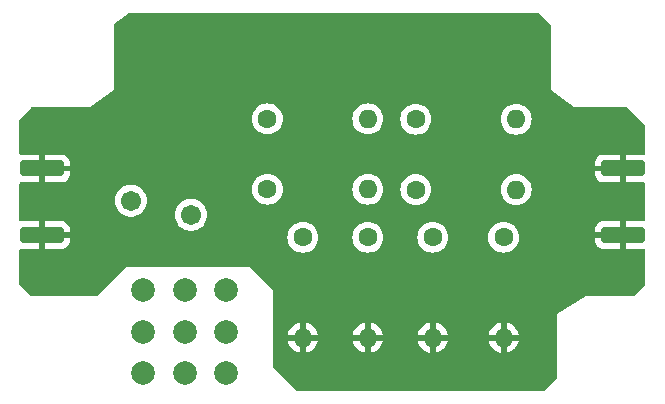
<source format=gbr>
%TF.GenerationSoftware,KiCad,Pcbnew,8.0.5*%
%TF.CreationDate,2024-10-08T18:50:15+09:00*%
%TF.ProjectId,ATT_24dB,4154545f-3234-4644-922e-6b696361645f,rev?*%
%TF.SameCoordinates,Original*%
%TF.FileFunction,Copper,L2,Bot*%
%TF.FilePolarity,Positive*%
%FSLAX46Y46*%
G04 Gerber Fmt 4.6, Leading zero omitted, Abs format (unit mm)*
G04 Created by KiCad (PCBNEW 8.0.5) date 2024-10-08 18:50:15*
%MOMM*%
%LPD*%
G01*
G04 APERTURE LIST*
G04 Aperture macros list*
%AMRoundRect*
0 Rectangle with rounded corners*
0 $1 Rounding radius*
0 $2 $3 $4 $5 $6 $7 $8 $9 X,Y pos of 4 corners*
0 Add a 4 corners polygon primitive as box body*
4,1,4,$2,$3,$4,$5,$6,$7,$8,$9,$2,$3,0*
0 Add four circle primitives for the rounded corners*
1,1,$1+$1,$2,$3*
1,1,$1+$1,$4,$5*
1,1,$1+$1,$6,$7*
1,1,$1+$1,$8,$9*
0 Add four rect primitives between the rounded corners*
20,1,$1+$1,$2,$3,$4,$5,0*
20,1,$1+$1,$4,$5,$6,$7,0*
20,1,$1+$1,$6,$7,$8,$9,0*
20,1,$1+$1,$8,$9,$2,$3,0*%
G04 Aperture macros list end*
%TA.AperFunction,ComponentPad*%
%ADD10C,2.000000*%
%TD*%
%TA.AperFunction,SMDPad,CuDef*%
%ADD11RoundRect,0.250000X1.600000X-0.425000X1.600000X0.425000X-1.600000X0.425000X-1.600000X-0.425000X0*%
%TD*%
%TA.AperFunction,ComponentPad*%
%ADD12C,1.600000*%
%TD*%
%TA.AperFunction,ComponentPad*%
%ADD13O,1.600000X1.600000*%
%TD*%
%TA.AperFunction,SMDPad,CuDef*%
%ADD14RoundRect,0.250000X-1.600000X0.425000X-1.600000X-0.425000X1.600000X-0.425000X1.600000X0.425000X0*%
%TD*%
%TA.AperFunction,ComponentPad*%
%ADD15C,1.710000*%
%TD*%
%TA.AperFunction,ViaPad*%
%ADD16C,0.600000*%
%TD*%
G04 APERTURE END LIST*
D10*
%TO.P,REF001,1*%
%TO.N,N/C*%
X71500000Y-49000000D03*
%TD*%
D11*
%TO.P,J2,2,Ext*%
%TO.N,GND*%
X112087500Y-38675000D03*
X112087500Y-44325000D03*
%TD*%
D10*
%TO.P,REF001,1*%
%TO.N,N/C*%
X75000000Y-56000000D03*
%TD*%
%TO.P,REF001,1*%
%TO.N,N/C*%
X78500000Y-52500000D03*
%TD*%
D12*
%TO.P,R8,1*%
%TO.N,Net-(R7-Pad2)*%
X94565000Y-40467500D03*
D13*
%TO.P,R8,2*%
%TO.N,Net-(J2-In)*%
X103065000Y-40467500D03*
%TD*%
D12*
%TO.P,R1,1*%
%TO.N,Net-(F1-Pad1)*%
X85000000Y-44500000D03*
D13*
%TO.P,R1,2*%
%TO.N,GND*%
X85000000Y-53000000D03*
%TD*%
D12*
%TO.P,R6,1*%
%TO.N,Net-(R5-Pad2)*%
X94565000Y-34500000D03*
D13*
%TO.P,R6,2*%
%TO.N,Net-(J2-In)*%
X103065000Y-34500000D03*
%TD*%
D10*
%TO.P,REF001,1*%
%TO.N,N/C*%
X78500000Y-49000000D03*
%TD*%
D12*
%TO.P,R7,1*%
%TO.N,Net-(F1-Pad1)*%
X82000000Y-40435000D03*
D13*
%TO.P,R7,2*%
%TO.N,Net-(R7-Pad2)*%
X90500000Y-40435000D03*
%TD*%
D12*
%TO.P,R3,1*%
%TO.N,Net-(J2-In)*%
X96000000Y-44500000D03*
D13*
%TO.P,R3,2*%
%TO.N,GND*%
X96000000Y-53000000D03*
%TD*%
D12*
%TO.P,R5,1*%
%TO.N,Net-(F1-Pad1)*%
X82000000Y-34467500D03*
D13*
%TO.P,R5,2*%
%TO.N,Net-(R5-Pad2)*%
X90500000Y-34467500D03*
%TD*%
D10*
%TO.P,REF001,1*%
%TO.N,N/C*%
X75000000Y-49000000D03*
%TD*%
D12*
%TO.P,R2,1*%
%TO.N,Net-(F1-Pad1)*%
X90500000Y-44500000D03*
D13*
%TO.P,R2,2*%
%TO.N,GND*%
X90500000Y-53000000D03*
%TD*%
D14*
%TO.P,J1,2,Ext*%
%TO.N,GND*%
X62912500Y-44325000D03*
X62912500Y-38675000D03*
%TD*%
D15*
%TO.P,F1,1*%
%TO.N,Net-(F1-Pad1)*%
X75532500Y-42600000D03*
%TO.P,F1,2*%
%TO.N,Net-(J1-In)*%
X70432500Y-41400000D03*
%TD*%
D10*
%TO.P,REF001,1*%
%TO.N,N/C*%
X75000000Y-52500000D03*
%TD*%
D12*
%TO.P,R4,1*%
%TO.N,Net-(J2-In)*%
X102000000Y-44500000D03*
D13*
%TO.P,R4,2*%
%TO.N,GND*%
X102000000Y-53000000D03*
%TD*%
D10*
%TO.P,REF001,1*%
%TO.N,N/C*%
X71500000Y-52500000D03*
%TD*%
%TO.P,REF001,1*%
%TO.N,N/C*%
X78500000Y-56000000D03*
%TD*%
%TO.P,REF001,1*%
%TO.N,N/C*%
X71500000Y-56000000D03*
%TD*%
D16*
%TO.N,GND*%
X86540000Y-27000000D03*
X99040000Y-55500000D03*
X90500000Y-32000000D03*
X78500000Y-39500000D03*
X104000000Y-32000000D03*
X74000000Y-27000000D03*
X91620000Y-27000000D03*
X84000000Y-29540000D03*
X91620000Y-29540000D03*
X99240000Y-27000000D03*
X87500000Y-53000000D03*
X96700000Y-29540000D03*
X76000000Y-34500000D03*
X70920000Y-34500000D03*
X94160000Y-27000000D03*
X101780000Y-27000000D03*
X81500000Y-27000000D03*
X73460000Y-34500000D03*
X96700000Y-27000000D03*
X84000000Y-27000000D03*
X68500000Y-45500000D03*
X66000000Y-34500000D03*
X101780000Y-29540000D03*
X93000000Y-53000000D03*
X71460000Y-27000000D03*
X68500000Y-34500000D03*
X63500000Y-34500000D03*
X81500000Y-32000000D03*
X66500000Y-47500000D03*
X104000000Y-29500000D03*
X104000000Y-55500000D03*
X108000000Y-48000000D03*
X91420000Y-55500000D03*
X99240000Y-29540000D03*
X76420000Y-27000000D03*
X70920000Y-37040000D03*
X104000000Y-27000000D03*
X93000000Y-43000000D03*
X109500000Y-35000000D03*
X96500000Y-55500000D03*
X89080000Y-29540000D03*
X101580000Y-55500000D03*
X78500000Y-45500000D03*
X108000000Y-46000000D03*
X88880000Y-55500000D03*
X105460000Y-39000000D03*
X91500000Y-37500000D03*
X86540000Y-29540000D03*
X76000000Y-45500000D03*
X99000000Y-53000000D03*
X108000000Y-39000000D03*
X66500000Y-45500000D03*
X105460000Y-46000000D03*
X70500000Y-45500000D03*
X107000000Y-35000000D03*
X102000000Y-32000000D03*
X108000000Y-44000000D03*
X94160000Y-29540000D03*
X84000000Y-32000000D03*
X78540000Y-34500000D03*
X66500000Y-39000000D03*
X89080000Y-27000000D03*
X78540000Y-37040000D03*
X86340000Y-55500000D03*
X78960000Y-27000000D03*
X110000000Y-48000000D03*
X95500000Y-32000000D03*
X76000000Y-37040000D03*
X105460000Y-44000000D03*
X89000000Y-37500000D03*
X93000000Y-32000000D03*
X73460000Y-37040000D03*
X104500000Y-53000000D03*
X93960000Y-55500000D03*
X94000000Y-37500000D03*
%TD*%
%TA.AperFunction,Conductor*%
%TO.N,GND*%
G36*
X105016177Y-25520185D02*
G01*
X105036819Y-25536819D01*
X105963681Y-26463681D01*
X105997166Y-26525004D01*
X106000000Y-26551362D01*
X106000000Y-32000000D01*
X105999999Y-32000000D01*
X107000000Y-32750000D01*
X108000000Y-33500000D01*
X112448638Y-33500000D01*
X112515677Y-33519685D01*
X112536319Y-33536319D01*
X113963181Y-34963181D01*
X113996666Y-35024504D01*
X113999500Y-35050862D01*
X113999500Y-37391562D01*
X113979815Y-37458601D01*
X113927011Y-37504356D01*
X113857853Y-37514300D01*
X113846854Y-37511709D01*
X113846811Y-37511911D01*
X113840190Y-37510493D01*
X113737486Y-37500000D01*
X112337500Y-37500000D01*
X112337500Y-39849999D01*
X113737472Y-39849999D01*
X113737486Y-39849998D01*
X113840193Y-39839506D01*
X113846813Y-39838089D01*
X113847300Y-39840364D01*
X113906297Y-39838322D01*
X113966347Y-39874040D01*
X113997554Y-39936553D01*
X113999500Y-39958437D01*
X113999500Y-43041562D01*
X113979815Y-43108601D01*
X113927011Y-43154356D01*
X113857853Y-43164300D01*
X113846854Y-43161709D01*
X113846811Y-43161911D01*
X113840190Y-43160493D01*
X113737486Y-43150000D01*
X112337500Y-43150000D01*
X112337500Y-45499999D01*
X113737472Y-45499999D01*
X113737486Y-45499998D01*
X113840193Y-45489506D01*
X113846813Y-45488089D01*
X113847300Y-45490364D01*
X113906297Y-45488322D01*
X113966347Y-45524040D01*
X113997554Y-45586553D01*
X113999500Y-45608437D01*
X113999500Y-48449138D01*
X113979815Y-48516177D01*
X113963181Y-48536819D01*
X113036319Y-49463681D01*
X112974996Y-49497166D01*
X112948638Y-49500000D01*
X109000000Y-49500000D01*
X106500000Y-50999999D01*
X106500000Y-56448638D01*
X106480315Y-56515677D01*
X106463681Y-56536319D01*
X105536819Y-57463181D01*
X105475496Y-57496666D01*
X105449138Y-57499500D01*
X84550862Y-57499500D01*
X84483823Y-57479815D01*
X84463181Y-57463181D01*
X82536319Y-55536319D01*
X82502834Y-55474996D01*
X82500000Y-55448638D01*
X82500000Y-52749999D01*
X83721127Y-52749999D01*
X83721128Y-52750000D01*
X84684314Y-52750000D01*
X84679920Y-52754394D01*
X84627259Y-52845606D01*
X84600000Y-52947339D01*
X84600000Y-53052661D01*
X84627259Y-53154394D01*
X84679920Y-53245606D01*
X84684314Y-53250000D01*
X83721128Y-53250000D01*
X83773730Y-53446317D01*
X83773734Y-53446326D01*
X83869865Y-53652482D01*
X84000342Y-53838820D01*
X84161179Y-53999657D01*
X84347517Y-54130134D01*
X84553673Y-54226265D01*
X84553682Y-54226269D01*
X84749999Y-54278872D01*
X84750000Y-54278871D01*
X84750000Y-53315686D01*
X84754394Y-53320080D01*
X84845606Y-53372741D01*
X84947339Y-53400000D01*
X85052661Y-53400000D01*
X85154394Y-53372741D01*
X85245606Y-53320080D01*
X85250000Y-53315686D01*
X85250000Y-54278872D01*
X85446317Y-54226269D01*
X85446326Y-54226265D01*
X85652482Y-54130134D01*
X85838820Y-53999657D01*
X85999657Y-53838820D01*
X86130134Y-53652482D01*
X86226265Y-53446326D01*
X86226269Y-53446317D01*
X86278872Y-53250000D01*
X85315686Y-53250000D01*
X85320080Y-53245606D01*
X85372741Y-53154394D01*
X85400000Y-53052661D01*
X85400000Y-52947339D01*
X85372741Y-52845606D01*
X85320080Y-52754394D01*
X85315686Y-52750000D01*
X86278872Y-52750000D01*
X86278872Y-52749999D01*
X89221127Y-52749999D01*
X89221128Y-52750000D01*
X90184314Y-52750000D01*
X90179920Y-52754394D01*
X90127259Y-52845606D01*
X90100000Y-52947339D01*
X90100000Y-53052661D01*
X90127259Y-53154394D01*
X90179920Y-53245606D01*
X90184314Y-53250000D01*
X89221128Y-53250000D01*
X89273730Y-53446317D01*
X89273734Y-53446326D01*
X89369865Y-53652482D01*
X89500342Y-53838820D01*
X89661179Y-53999657D01*
X89847517Y-54130134D01*
X90053673Y-54226265D01*
X90053682Y-54226269D01*
X90249999Y-54278872D01*
X90250000Y-54278871D01*
X90250000Y-53315686D01*
X90254394Y-53320080D01*
X90345606Y-53372741D01*
X90447339Y-53400000D01*
X90552661Y-53400000D01*
X90654394Y-53372741D01*
X90745606Y-53320080D01*
X90750000Y-53315686D01*
X90750000Y-54278872D01*
X90946317Y-54226269D01*
X90946326Y-54226265D01*
X91152482Y-54130134D01*
X91338820Y-53999657D01*
X91499657Y-53838820D01*
X91630134Y-53652482D01*
X91726265Y-53446326D01*
X91726269Y-53446317D01*
X91778872Y-53250000D01*
X90815686Y-53250000D01*
X90820080Y-53245606D01*
X90872741Y-53154394D01*
X90900000Y-53052661D01*
X90900000Y-52947339D01*
X90872741Y-52845606D01*
X90820080Y-52754394D01*
X90815686Y-52750000D01*
X91778872Y-52750000D01*
X91778872Y-52749999D01*
X94721127Y-52749999D01*
X94721128Y-52750000D01*
X95684314Y-52750000D01*
X95679920Y-52754394D01*
X95627259Y-52845606D01*
X95600000Y-52947339D01*
X95600000Y-53052661D01*
X95627259Y-53154394D01*
X95679920Y-53245606D01*
X95684314Y-53250000D01*
X94721128Y-53250000D01*
X94773730Y-53446317D01*
X94773734Y-53446326D01*
X94869865Y-53652482D01*
X95000342Y-53838820D01*
X95161179Y-53999657D01*
X95347517Y-54130134D01*
X95553673Y-54226265D01*
X95553682Y-54226269D01*
X95749999Y-54278872D01*
X95750000Y-54278871D01*
X95750000Y-53315686D01*
X95754394Y-53320080D01*
X95845606Y-53372741D01*
X95947339Y-53400000D01*
X96052661Y-53400000D01*
X96154394Y-53372741D01*
X96245606Y-53320080D01*
X96250000Y-53315686D01*
X96250000Y-54278872D01*
X96446317Y-54226269D01*
X96446326Y-54226265D01*
X96652482Y-54130134D01*
X96838820Y-53999657D01*
X96999657Y-53838820D01*
X97130134Y-53652482D01*
X97226265Y-53446326D01*
X97226269Y-53446317D01*
X97278872Y-53250000D01*
X96315686Y-53250000D01*
X96320080Y-53245606D01*
X96372741Y-53154394D01*
X96400000Y-53052661D01*
X96400000Y-52947339D01*
X96372741Y-52845606D01*
X96320080Y-52754394D01*
X96315686Y-52750000D01*
X97278872Y-52750000D01*
X97278872Y-52749999D01*
X100721127Y-52749999D01*
X100721128Y-52750000D01*
X101684314Y-52750000D01*
X101679920Y-52754394D01*
X101627259Y-52845606D01*
X101600000Y-52947339D01*
X101600000Y-53052661D01*
X101627259Y-53154394D01*
X101679920Y-53245606D01*
X101684314Y-53250000D01*
X100721128Y-53250000D01*
X100773730Y-53446317D01*
X100773734Y-53446326D01*
X100869865Y-53652482D01*
X101000342Y-53838820D01*
X101161179Y-53999657D01*
X101347517Y-54130134D01*
X101553673Y-54226265D01*
X101553682Y-54226269D01*
X101749999Y-54278872D01*
X101750000Y-54278871D01*
X101750000Y-53315686D01*
X101754394Y-53320080D01*
X101845606Y-53372741D01*
X101947339Y-53400000D01*
X102052661Y-53400000D01*
X102154394Y-53372741D01*
X102245606Y-53320080D01*
X102250000Y-53315686D01*
X102250000Y-54278872D01*
X102446317Y-54226269D01*
X102446326Y-54226265D01*
X102652482Y-54130134D01*
X102838820Y-53999657D01*
X102999657Y-53838820D01*
X103130134Y-53652482D01*
X103226265Y-53446326D01*
X103226269Y-53446317D01*
X103278872Y-53250000D01*
X102315686Y-53250000D01*
X102320080Y-53245606D01*
X102372741Y-53154394D01*
X102400000Y-53052661D01*
X102400000Y-52947339D01*
X102372741Y-52845606D01*
X102320080Y-52754394D01*
X102315686Y-52750000D01*
X103278872Y-52750000D01*
X103278872Y-52749999D01*
X103226269Y-52553682D01*
X103226265Y-52553673D01*
X103130134Y-52347517D01*
X102999657Y-52161179D01*
X102838820Y-52000342D01*
X102652482Y-51869865D01*
X102446328Y-51773734D01*
X102250000Y-51721127D01*
X102250000Y-52684314D01*
X102245606Y-52679920D01*
X102154394Y-52627259D01*
X102052661Y-52600000D01*
X101947339Y-52600000D01*
X101845606Y-52627259D01*
X101754394Y-52679920D01*
X101750000Y-52684314D01*
X101750000Y-51721127D01*
X101553671Y-51773734D01*
X101347517Y-51869865D01*
X101161179Y-52000342D01*
X101000342Y-52161179D01*
X100869865Y-52347517D01*
X100773734Y-52553673D01*
X100773730Y-52553682D01*
X100721127Y-52749999D01*
X97278872Y-52749999D01*
X97226269Y-52553682D01*
X97226265Y-52553673D01*
X97130134Y-52347517D01*
X96999657Y-52161179D01*
X96838820Y-52000342D01*
X96652482Y-51869865D01*
X96446328Y-51773734D01*
X96250000Y-51721127D01*
X96250000Y-52684314D01*
X96245606Y-52679920D01*
X96154394Y-52627259D01*
X96052661Y-52600000D01*
X95947339Y-52600000D01*
X95845606Y-52627259D01*
X95754394Y-52679920D01*
X95750000Y-52684314D01*
X95750000Y-51721127D01*
X95553671Y-51773734D01*
X95347517Y-51869865D01*
X95161179Y-52000342D01*
X95000342Y-52161179D01*
X94869865Y-52347517D01*
X94773734Y-52553673D01*
X94773730Y-52553682D01*
X94721127Y-52749999D01*
X91778872Y-52749999D01*
X91726269Y-52553682D01*
X91726265Y-52553673D01*
X91630134Y-52347517D01*
X91499657Y-52161179D01*
X91338820Y-52000342D01*
X91152482Y-51869865D01*
X90946328Y-51773734D01*
X90750000Y-51721127D01*
X90750000Y-52684314D01*
X90745606Y-52679920D01*
X90654394Y-52627259D01*
X90552661Y-52600000D01*
X90447339Y-52600000D01*
X90345606Y-52627259D01*
X90254394Y-52679920D01*
X90250000Y-52684314D01*
X90250000Y-51721127D01*
X90053671Y-51773734D01*
X89847517Y-51869865D01*
X89661179Y-52000342D01*
X89500342Y-52161179D01*
X89369865Y-52347517D01*
X89273734Y-52553673D01*
X89273730Y-52553682D01*
X89221127Y-52749999D01*
X86278872Y-52749999D01*
X86226269Y-52553682D01*
X86226265Y-52553673D01*
X86130134Y-52347517D01*
X85999657Y-52161179D01*
X85838820Y-52000342D01*
X85652482Y-51869865D01*
X85446328Y-51773734D01*
X85250000Y-51721127D01*
X85250000Y-52684314D01*
X85245606Y-52679920D01*
X85154394Y-52627259D01*
X85052661Y-52600000D01*
X84947339Y-52600000D01*
X84845606Y-52627259D01*
X84754394Y-52679920D01*
X84750000Y-52684314D01*
X84750000Y-51721127D01*
X84553671Y-51773734D01*
X84347517Y-51869865D01*
X84161179Y-52000342D01*
X84000342Y-52161179D01*
X83869865Y-52347517D01*
X83773734Y-52553673D01*
X83773730Y-52553682D01*
X83721127Y-52749999D01*
X82500000Y-52749999D01*
X82500000Y-49000000D01*
X80500000Y-47000000D01*
X70000000Y-47000000D01*
X69999999Y-47000000D01*
X67536319Y-49463681D01*
X67474996Y-49497166D01*
X67448638Y-49500000D01*
X62051362Y-49500000D01*
X61984323Y-49480315D01*
X61963681Y-49463681D01*
X61036819Y-48536819D01*
X61003334Y-48475496D01*
X61000500Y-48449138D01*
X61000500Y-45608437D01*
X61020185Y-45541398D01*
X61072989Y-45495643D01*
X61142147Y-45485699D01*
X61153145Y-45488291D01*
X61153189Y-45488089D01*
X61159809Y-45489506D01*
X61262519Y-45499999D01*
X62662499Y-45499999D01*
X63162500Y-45499999D01*
X64562472Y-45499999D01*
X64562486Y-45499998D01*
X64665197Y-45489505D01*
X64831619Y-45434358D01*
X64831624Y-45434356D01*
X64980845Y-45342315D01*
X65104815Y-45218345D01*
X65196856Y-45069124D01*
X65196858Y-45069119D01*
X65252005Y-44902697D01*
X65252006Y-44902690D01*
X65262499Y-44799986D01*
X65262500Y-44799973D01*
X65262500Y-44575000D01*
X63162500Y-44575000D01*
X63162500Y-45499999D01*
X62662499Y-45499999D01*
X62662500Y-45499998D01*
X62662500Y-44499998D01*
X83694532Y-44499998D01*
X83694532Y-44500001D01*
X83714364Y-44726686D01*
X83714366Y-44726697D01*
X83773258Y-44946488D01*
X83773261Y-44946497D01*
X83869431Y-45152732D01*
X83869432Y-45152734D01*
X83999954Y-45339141D01*
X84160858Y-45500045D01*
X84160861Y-45500047D01*
X84347266Y-45630568D01*
X84553504Y-45726739D01*
X84773308Y-45785635D01*
X84935230Y-45799801D01*
X84999998Y-45805468D01*
X85000000Y-45805468D01*
X85000002Y-45805468D01*
X85056673Y-45800509D01*
X85226692Y-45785635D01*
X85446496Y-45726739D01*
X85652734Y-45630568D01*
X85839139Y-45500047D01*
X86000047Y-45339139D01*
X86130568Y-45152734D01*
X86226739Y-44946496D01*
X86285635Y-44726692D01*
X86305468Y-44500000D01*
X86305468Y-44499998D01*
X89194532Y-44499998D01*
X89194532Y-44500001D01*
X89214364Y-44726686D01*
X89214366Y-44726697D01*
X89273258Y-44946488D01*
X89273261Y-44946497D01*
X89369431Y-45152732D01*
X89369432Y-45152734D01*
X89499954Y-45339141D01*
X89660858Y-45500045D01*
X89660861Y-45500047D01*
X89847266Y-45630568D01*
X90053504Y-45726739D01*
X90273308Y-45785635D01*
X90435230Y-45799801D01*
X90499998Y-45805468D01*
X90500000Y-45805468D01*
X90500002Y-45805468D01*
X90556673Y-45800509D01*
X90726692Y-45785635D01*
X90946496Y-45726739D01*
X91152734Y-45630568D01*
X91339139Y-45500047D01*
X91500047Y-45339139D01*
X91630568Y-45152734D01*
X91726739Y-44946496D01*
X91785635Y-44726692D01*
X91805468Y-44500000D01*
X91805468Y-44499998D01*
X94694532Y-44499998D01*
X94694532Y-44500001D01*
X94714364Y-44726686D01*
X94714366Y-44726697D01*
X94773258Y-44946488D01*
X94773261Y-44946497D01*
X94869431Y-45152732D01*
X94869432Y-45152734D01*
X94999954Y-45339141D01*
X95160858Y-45500045D01*
X95160861Y-45500047D01*
X95347266Y-45630568D01*
X95553504Y-45726739D01*
X95773308Y-45785635D01*
X95935230Y-45799801D01*
X95999998Y-45805468D01*
X96000000Y-45805468D01*
X96000002Y-45805468D01*
X96056673Y-45800509D01*
X96226692Y-45785635D01*
X96446496Y-45726739D01*
X96652734Y-45630568D01*
X96839139Y-45500047D01*
X97000047Y-45339139D01*
X97130568Y-45152734D01*
X97226739Y-44946496D01*
X97285635Y-44726692D01*
X97305468Y-44500000D01*
X97305468Y-44499998D01*
X100694532Y-44499998D01*
X100694532Y-44500001D01*
X100714364Y-44726686D01*
X100714366Y-44726697D01*
X100773258Y-44946488D01*
X100773261Y-44946497D01*
X100869431Y-45152732D01*
X100869432Y-45152734D01*
X100999954Y-45339141D01*
X101160858Y-45500045D01*
X101160861Y-45500047D01*
X101347266Y-45630568D01*
X101553504Y-45726739D01*
X101773308Y-45785635D01*
X101935230Y-45799801D01*
X101999998Y-45805468D01*
X102000000Y-45805468D01*
X102000002Y-45805468D01*
X102056673Y-45800509D01*
X102226692Y-45785635D01*
X102446496Y-45726739D01*
X102652734Y-45630568D01*
X102839139Y-45500047D01*
X103000047Y-45339139D01*
X103130568Y-45152734D01*
X103226739Y-44946496D01*
X103265996Y-44799986D01*
X109737501Y-44799986D01*
X109747994Y-44902697D01*
X109803141Y-45069119D01*
X109803143Y-45069124D01*
X109895184Y-45218345D01*
X110019154Y-45342315D01*
X110168375Y-45434356D01*
X110168380Y-45434358D01*
X110334802Y-45489505D01*
X110334809Y-45489506D01*
X110437519Y-45499999D01*
X111837499Y-45499999D01*
X111837500Y-45499998D01*
X111837500Y-44575000D01*
X109737501Y-44575000D01*
X109737501Y-44799986D01*
X103265996Y-44799986D01*
X103285635Y-44726692D01*
X103305468Y-44500000D01*
X103285635Y-44273308D01*
X103226739Y-44053504D01*
X103131849Y-43850013D01*
X109737500Y-43850013D01*
X109737500Y-44075000D01*
X111837500Y-44075000D01*
X111837500Y-43150000D01*
X110437528Y-43150000D01*
X110437512Y-43150001D01*
X110334802Y-43160494D01*
X110168380Y-43215641D01*
X110168375Y-43215643D01*
X110019154Y-43307684D01*
X109895184Y-43431654D01*
X109803143Y-43580875D01*
X109803141Y-43580880D01*
X109747994Y-43747302D01*
X109747993Y-43747309D01*
X109737500Y-43850013D01*
X103131849Y-43850013D01*
X103130568Y-43847266D01*
X103000047Y-43660861D01*
X103000045Y-43660858D01*
X102839141Y-43499954D01*
X102652734Y-43369432D01*
X102652732Y-43369431D01*
X102446497Y-43273261D01*
X102446488Y-43273258D01*
X102226697Y-43214366D01*
X102226693Y-43214365D01*
X102226692Y-43214365D01*
X102226691Y-43214364D01*
X102226686Y-43214364D01*
X102000002Y-43194532D01*
X101999998Y-43194532D01*
X101773313Y-43214364D01*
X101773302Y-43214366D01*
X101553511Y-43273258D01*
X101553502Y-43273261D01*
X101347267Y-43369431D01*
X101347265Y-43369432D01*
X101160858Y-43499954D01*
X100999954Y-43660858D01*
X100869432Y-43847265D01*
X100869431Y-43847267D01*
X100773261Y-44053502D01*
X100773258Y-44053511D01*
X100714366Y-44273302D01*
X100714364Y-44273313D01*
X100694532Y-44499998D01*
X97305468Y-44499998D01*
X97285635Y-44273308D01*
X97226739Y-44053504D01*
X97130568Y-43847266D01*
X97000047Y-43660861D01*
X97000045Y-43660858D01*
X96839141Y-43499954D01*
X96652734Y-43369432D01*
X96652732Y-43369431D01*
X96446497Y-43273261D01*
X96446488Y-43273258D01*
X96226697Y-43214366D01*
X96226693Y-43214365D01*
X96226692Y-43214365D01*
X96226691Y-43214364D01*
X96226686Y-43214364D01*
X96000002Y-43194532D01*
X95999998Y-43194532D01*
X95773313Y-43214364D01*
X95773302Y-43214366D01*
X95553511Y-43273258D01*
X95553502Y-43273261D01*
X95347267Y-43369431D01*
X95347265Y-43369432D01*
X95160858Y-43499954D01*
X94999954Y-43660858D01*
X94869432Y-43847265D01*
X94869431Y-43847267D01*
X94773261Y-44053502D01*
X94773258Y-44053511D01*
X94714366Y-44273302D01*
X94714364Y-44273313D01*
X94694532Y-44499998D01*
X91805468Y-44499998D01*
X91785635Y-44273308D01*
X91726739Y-44053504D01*
X91630568Y-43847266D01*
X91500047Y-43660861D01*
X91500045Y-43660858D01*
X91339141Y-43499954D01*
X91152734Y-43369432D01*
X91152732Y-43369431D01*
X90946497Y-43273261D01*
X90946488Y-43273258D01*
X90726697Y-43214366D01*
X90726693Y-43214365D01*
X90726692Y-43214365D01*
X90726691Y-43214364D01*
X90726686Y-43214364D01*
X90500002Y-43194532D01*
X90499998Y-43194532D01*
X90273313Y-43214364D01*
X90273302Y-43214366D01*
X90053511Y-43273258D01*
X90053502Y-43273261D01*
X89847267Y-43369431D01*
X89847265Y-43369432D01*
X89660858Y-43499954D01*
X89499954Y-43660858D01*
X89369432Y-43847265D01*
X89369431Y-43847267D01*
X89273261Y-44053502D01*
X89273258Y-44053511D01*
X89214366Y-44273302D01*
X89214364Y-44273313D01*
X89194532Y-44499998D01*
X86305468Y-44499998D01*
X86285635Y-44273308D01*
X86226739Y-44053504D01*
X86130568Y-43847266D01*
X86000047Y-43660861D01*
X86000045Y-43660858D01*
X85839141Y-43499954D01*
X85652734Y-43369432D01*
X85652732Y-43369431D01*
X85446497Y-43273261D01*
X85446488Y-43273258D01*
X85226697Y-43214366D01*
X85226693Y-43214365D01*
X85226692Y-43214365D01*
X85226691Y-43214364D01*
X85226686Y-43214364D01*
X85000002Y-43194532D01*
X84999998Y-43194532D01*
X84773313Y-43214364D01*
X84773302Y-43214366D01*
X84553511Y-43273258D01*
X84553502Y-43273261D01*
X84347267Y-43369431D01*
X84347265Y-43369432D01*
X84160858Y-43499954D01*
X83999954Y-43660858D01*
X83869432Y-43847265D01*
X83869431Y-43847267D01*
X83773261Y-44053502D01*
X83773258Y-44053511D01*
X83714366Y-44273302D01*
X83714364Y-44273313D01*
X83694532Y-44499998D01*
X62662500Y-44499998D01*
X62662500Y-44075000D01*
X63162500Y-44075000D01*
X65262499Y-44075000D01*
X65262499Y-43850028D01*
X65262498Y-43850013D01*
X65252005Y-43747302D01*
X65196858Y-43580880D01*
X65196856Y-43580875D01*
X65104815Y-43431654D01*
X64980845Y-43307684D01*
X64831624Y-43215643D01*
X64831619Y-43215641D01*
X64665197Y-43160494D01*
X64665190Y-43160493D01*
X64562486Y-43150000D01*
X63162500Y-43150000D01*
X63162500Y-44075000D01*
X62662500Y-44075000D01*
X62662500Y-43150000D01*
X61262528Y-43150000D01*
X61262512Y-43150001D01*
X61159798Y-43160494D01*
X61153181Y-43161911D01*
X61152695Y-43159643D01*
X61093650Y-43161662D01*
X61033616Y-43125918D01*
X61002437Y-43063391D01*
X61000500Y-43041561D01*
X61000500Y-41399994D01*
X69072354Y-41399994D01*
X69072354Y-41400005D01*
X69090904Y-41623869D01*
X69146050Y-41841639D01*
X69236287Y-42047359D01*
X69308809Y-42158361D01*
X69359154Y-42235419D01*
X69511298Y-42400692D01*
X69511301Y-42400694D01*
X69511304Y-42400697D01*
X69688562Y-42538663D01*
X69688569Y-42538667D01*
X69688571Y-42538669D01*
X69886136Y-42645585D01*
X70098604Y-42718526D01*
X70320180Y-42755500D01*
X70544820Y-42755500D01*
X70766396Y-42718526D01*
X70978864Y-42645585D01*
X71063109Y-42599994D01*
X74172354Y-42599994D01*
X74172354Y-42600005D01*
X74190904Y-42823869D01*
X74246050Y-43041639D01*
X74336287Y-43247359D01*
X74416042Y-43369432D01*
X74459154Y-43435419D01*
X74611298Y-43600692D01*
X74611301Y-43600694D01*
X74611304Y-43600697D01*
X74788562Y-43738663D01*
X74788569Y-43738667D01*
X74788571Y-43738669D01*
X74986136Y-43845585D01*
X75198604Y-43918526D01*
X75420180Y-43955500D01*
X75644820Y-43955500D01*
X75866396Y-43918526D01*
X76078864Y-43845585D01*
X76276429Y-43738669D01*
X76453702Y-43600692D01*
X76605846Y-43435419D01*
X76728713Y-43247358D01*
X76818950Y-43041639D01*
X76874095Y-42823873D01*
X76882825Y-42718525D01*
X76892646Y-42600005D01*
X76892646Y-42599994D01*
X76876131Y-42400694D01*
X76874095Y-42376127D01*
X76818950Y-42158361D01*
X76728713Y-41952642D01*
X76605846Y-41764581D01*
X76453702Y-41599308D01*
X76453697Y-41599304D01*
X76453695Y-41599302D01*
X76276437Y-41461336D01*
X76276426Y-41461329D01*
X76078870Y-41354418D01*
X76078867Y-41354417D01*
X76078864Y-41354415D01*
X76078858Y-41354413D01*
X76078856Y-41354412D01*
X75866398Y-41281474D01*
X75644820Y-41244500D01*
X75420180Y-41244500D01*
X75198601Y-41281474D01*
X74986143Y-41354412D01*
X74986129Y-41354418D01*
X74788573Y-41461329D01*
X74788562Y-41461336D01*
X74611304Y-41599302D01*
X74611301Y-41599305D01*
X74459155Y-41764579D01*
X74459152Y-41764583D01*
X74336287Y-41952640D01*
X74246050Y-42158360D01*
X74190904Y-42376130D01*
X74172354Y-42599994D01*
X71063109Y-42599994D01*
X71176429Y-42538669D01*
X71353702Y-42400692D01*
X71505846Y-42235419D01*
X71628713Y-42047358D01*
X71718950Y-41841639D01*
X71774095Y-41623873D01*
X71787049Y-41467545D01*
X71792646Y-41400005D01*
X71792646Y-41399994D01*
X71774095Y-41176130D01*
X71774095Y-41176127D01*
X71718950Y-40958361D01*
X71628713Y-40752642D01*
X71505846Y-40564581D01*
X71386557Y-40434998D01*
X80694532Y-40434998D01*
X80694532Y-40435001D01*
X80714364Y-40661686D01*
X80714366Y-40661697D01*
X80773258Y-40881488D01*
X80773261Y-40881497D01*
X80869431Y-41087732D01*
X80869432Y-41087734D01*
X80999954Y-41274141D01*
X81160858Y-41435045D01*
X81160861Y-41435047D01*
X81347266Y-41565568D01*
X81553504Y-41661739D01*
X81773308Y-41720635D01*
X81935230Y-41734801D01*
X81999998Y-41740468D01*
X82000000Y-41740468D01*
X82000002Y-41740468D01*
X82056673Y-41735509D01*
X82226692Y-41720635D01*
X82446496Y-41661739D01*
X82652734Y-41565568D01*
X82839139Y-41435047D01*
X83000047Y-41274139D01*
X83130568Y-41087734D01*
X83226739Y-40881496D01*
X83285635Y-40661692D01*
X83305468Y-40435000D01*
X83305468Y-40434998D01*
X89194532Y-40434998D01*
X89194532Y-40435001D01*
X89214364Y-40661686D01*
X89214366Y-40661697D01*
X89273258Y-40881488D01*
X89273261Y-40881497D01*
X89369431Y-41087732D01*
X89369432Y-41087734D01*
X89499954Y-41274141D01*
X89660858Y-41435045D01*
X89660861Y-41435047D01*
X89847266Y-41565568D01*
X90053504Y-41661739D01*
X90273308Y-41720635D01*
X90435230Y-41734801D01*
X90499998Y-41740468D01*
X90500000Y-41740468D01*
X90500002Y-41740468D01*
X90556673Y-41735509D01*
X90726692Y-41720635D01*
X90946496Y-41661739D01*
X91152734Y-41565568D01*
X91339139Y-41435047D01*
X91500047Y-41274139D01*
X91630568Y-41087734D01*
X91726739Y-40881496D01*
X91785635Y-40661692D01*
X91802625Y-40467498D01*
X93259532Y-40467498D01*
X93259532Y-40467501D01*
X93279364Y-40694186D01*
X93279366Y-40694197D01*
X93338258Y-40913988D01*
X93338261Y-40913997D01*
X93434431Y-41120232D01*
X93434432Y-41120234D01*
X93564954Y-41306641D01*
X93725858Y-41467545D01*
X93725861Y-41467547D01*
X93912266Y-41598068D01*
X94118504Y-41694239D01*
X94338308Y-41753135D01*
X94500230Y-41767301D01*
X94564998Y-41772968D01*
X94565000Y-41772968D01*
X94565002Y-41772968D01*
X94621673Y-41768009D01*
X94791692Y-41753135D01*
X95011496Y-41694239D01*
X95217734Y-41598068D01*
X95404139Y-41467547D01*
X95565047Y-41306639D01*
X95695568Y-41120234D01*
X95791739Y-40913996D01*
X95850635Y-40694192D01*
X95870468Y-40467500D01*
X95870468Y-40467498D01*
X101759532Y-40467498D01*
X101759532Y-40467501D01*
X101779364Y-40694186D01*
X101779366Y-40694197D01*
X101838258Y-40913988D01*
X101838261Y-40913997D01*
X101934431Y-41120232D01*
X101934432Y-41120234D01*
X102064954Y-41306641D01*
X102225858Y-41467545D01*
X102225861Y-41467547D01*
X102412266Y-41598068D01*
X102618504Y-41694239D01*
X102838308Y-41753135D01*
X103000230Y-41767301D01*
X103064998Y-41772968D01*
X103065000Y-41772968D01*
X103065002Y-41772968D01*
X103121673Y-41768009D01*
X103291692Y-41753135D01*
X103511496Y-41694239D01*
X103717734Y-41598068D01*
X103904139Y-41467547D01*
X104065047Y-41306639D01*
X104195568Y-41120234D01*
X104291739Y-40913996D01*
X104350635Y-40694192D01*
X104370468Y-40467500D01*
X104367624Y-40434998D01*
X104352431Y-40261336D01*
X104350635Y-40240808D01*
X104291739Y-40021004D01*
X104195568Y-39814766D01*
X104065047Y-39628361D01*
X104065045Y-39628358D01*
X103904141Y-39467454D01*
X103717734Y-39336932D01*
X103717732Y-39336931D01*
X103511497Y-39240761D01*
X103511488Y-39240758D01*
X103291697Y-39181866D01*
X103291693Y-39181865D01*
X103291692Y-39181865D01*
X103291691Y-39181864D01*
X103291686Y-39181864D01*
X103065002Y-39162032D01*
X103064998Y-39162032D01*
X102838313Y-39181864D01*
X102838302Y-39181866D01*
X102618511Y-39240758D01*
X102618502Y-39240761D01*
X102412267Y-39336931D01*
X102412265Y-39336932D01*
X102225858Y-39467454D01*
X102064954Y-39628358D01*
X101934432Y-39814765D01*
X101934431Y-39814767D01*
X101838261Y-40021002D01*
X101838258Y-40021011D01*
X101779366Y-40240802D01*
X101779364Y-40240813D01*
X101759532Y-40467498D01*
X95870468Y-40467498D01*
X95867624Y-40434998D01*
X95852431Y-40261336D01*
X95850635Y-40240808D01*
X95791739Y-40021004D01*
X95695568Y-39814766D01*
X95565047Y-39628361D01*
X95565045Y-39628358D01*
X95404141Y-39467454D01*
X95217734Y-39336932D01*
X95217732Y-39336931D01*
X95011497Y-39240761D01*
X95011488Y-39240758D01*
X94791697Y-39181866D01*
X94791693Y-39181865D01*
X94791692Y-39181865D01*
X94791691Y-39181864D01*
X94791686Y-39181864D01*
X94565002Y-39162032D01*
X94564998Y-39162032D01*
X94338313Y-39181864D01*
X94338302Y-39181866D01*
X94118511Y-39240758D01*
X94118502Y-39240761D01*
X93912267Y-39336931D01*
X93912265Y-39336932D01*
X93725858Y-39467454D01*
X93564954Y-39628358D01*
X93434432Y-39814765D01*
X93434431Y-39814767D01*
X93338261Y-40021002D01*
X93338258Y-40021011D01*
X93279366Y-40240802D01*
X93279364Y-40240813D01*
X93259532Y-40467498D01*
X91802625Y-40467498D01*
X91805468Y-40435000D01*
X91785635Y-40208308D01*
X91726739Y-39988504D01*
X91630568Y-39782266D01*
X91500047Y-39595861D01*
X91500045Y-39595858D01*
X91339141Y-39434954D01*
X91152734Y-39304432D01*
X91152732Y-39304431D01*
X90946497Y-39208261D01*
X90946488Y-39208258D01*
X90729011Y-39149986D01*
X109737501Y-39149986D01*
X109747994Y-39252697D01*
X109803141Y-39419119D01*
X109803143Y-39419124D01*
X109895184Y-39568345D01*
X110019154Y-39692315D01*
X110168375Y-39784356D01*
X110168380Y-39784358D01*
X110334802Y-39839505D01*
X110334809Y-39839506D01*
X110437519Y-39849999D01*
X111837499Y-39849999D01*
X111837500Y-39849998D01*
X111837500Y-38925000D01*
X109737501Y-38925000D01*
X109737501Y-39149986D01*
X90729011Y-39149986D01*
X90726697Y-39149366D01*
X90726693Y-39149365D01*
X90726692Y-39149365D01*
X90726691Y-39149364D01*
X90726686Y-39149364D01*
X90500002Y-39129532D01*
X90499998Y-39129532D01*
X90273313Y-39149364D01*
X90273302Y-39149366D01*
X90053511Y-39208258D01*
X90053502Y-39208261D01*
X89847267Y-39304431D01*
X89847265Y-39304432D01*
X89660858Y-39434954D01*
X89499954Y-39595858D01*
X89369432Y-39782265D01*
X89369431Y-39782267D01*
X89273261Y-39988502D01*
X89273258Y-39988511D01*
X89214366Y-40208302D01*
X89214364Y-40208313D01*
X89194532Y-40434998D01*
X83305468Y-40434998D01*
X83285635Y-40208308D01*
X83226739Y-39988504D01*
X83130568Y-39782266D01*
X83000047Y-39595861D01*
X83000045Y-39595858D01*
X82839141Y-39434954D01*
X82652734Y-39304432D01*
X82652732Y-39304431D01*
X82446497Y-39208261D01*
X82446488Y-39208258D01*
X82226697Y-39149366D01*
X82226693Y-39149365D01*
X82226692Y-39149365D01*
X82226691Y-39149364D01*
X82226686Y-39149364D01*
X82000002Y-39129532D01*
X81999998Y-39129532D01*
X81773313Y-39149364D01*
X81773302Y-39149366D01*
X81553511Y-39208258D01*
X81553502Y-39208261D01*
X81347267Y-39304431D01*
X81347265Y-39304432D01*
X81160858Y-39434954D01*
X80999954Y-39595858D01*
X80869432Y-39782265D01*
X80869431Y-39782267D01*
X80773261Y-39988502D01*
X80773258Y-39988511D01*
X80714366Y-40208302D01*
X80714364Y-40208313D01*
X80694532Y-40434998D01*
X71386557Y-40434998D01*
X71353702Y-40399308D01*
X71353697Y-40399304D01*
X71353695Y-40399302D01*
X71176437Y-40261336D01*
X71176426Y-40261329D01*
X70978870Y-40154418D01*
X70978867Y-40154417D01*
X70978864Y-40154415D01*
X70978858Y-40154413D01*
X70978856Y-40154412D01*
X70766398Y-40081474D01*
X70544820Y-40044500D01*
X70320180Y-40044500D01*
X70098601Y-40081474D01*
X69886143Y-40154412D01*
X69886129Y-40154418D01*
X69688573Y-40261329D01*
X69688562Y-40261336D01*
X69511304Y-40399302D01*
X69511301Y-40399305D01*
X69359155Y-40564579D01*
X69359152Y-40564583D01*
X69236287Y-40752640D01*
X69146050Y-40958360D01*
X69090904Y-41176130D01*
X69072354Y-41399994D01*
X61000500Y-41399994D01*
X61000500Y-39958437D01*
X61020185Y-39891398D01*
X61072989Y-39845643D01*
X61142147Y-39835699D01*
X61153145Y-39838291D01*
X61153189Y-39838089D01*
X61159809Y-39839506D01*
X61262519Y-39849999D01*
X62662499Y-39849999D01*
X63162500Y-39849999D01*
X64562472Y-39849999D01*
X64562486Y-39849998D01*
X64665197Y-39839505D01*
X64831619Y-39784358D01*
X64831624Y-39784356D01*
X64980845Y-39692315D01*
X65104815Y-39568345D01*
X65196856Y-39419124D01*
X65196858Y-39419119D01*
X65252005Y-39252697D01*
X65252006Y-39252690D01*
X65262499Y-39149986D01*
X65262500Y-39149973D01*
X65262500Y-38925000D01*
X63162500Y-38925000D01*
X63162500Y-39849999D01*
X62662499Y-39849999D01*
X62662500Y-39849998D01*
X62662500Y-38425000D01*
X63162500Y-38425000D01*
X65262499Y-38425000D01*
X65262499Y-38200028D01*
X65262498Y-38200013D01*
X109737500Y-38200013D01*
X109737500Y-38425000D01*
X111837500Y-38425000D01*
X111837500Y-37500000D01*
X110437528Y-37500000D01*
X110437512Y-37500001D01*
X110334802Y-37510494D01*
X110168380Y-37565641D01*
X110168375Y-37565643D01*
X110019154Y-37657684D01*
X109895184Y-37781654D01*
X109803143Y-37930875D01*
X109803141Y-37930880D01*
X109747994Y-38097302D01*
X109747993Y-38097309D01*
X109737500Y-38200013D01*
X65262498Y-38200013D01*
X65252005Y-38097302D01*
X65196858Y-37930880D01*
X65196856Y-37930875D01*
X65104815Y-37781654D01*
X64980845Y-37657684D01*
X64831624Y-37565643D01*
X64831619Y-37565641D01*
X64665197Y-37510494D01*
X64665190Y-37510493D01*
X64562486Y-37500000D01*
X63162500Y-37500000D01*
X63162500Y-38425000D01*
X62662500Y-38425000D01*
X62662500Y-37500000D01*
X61262528Y-37500000D01*
X61262512Y-37500001D01*
X61159798Y-37510494D01*
X61153181Y-37511911D01*
X61152695Y-37509643D01*
X61093650Y-37511662D01*
X61033616Y-37475918D01*
X61002437Y-37413391D01*
X61000500Y-37391561D01*
X61000500Y-34550862D01*
X61020185Y-34483823D01*
X61033340Y-34467498D01*
X80694532Y-34467498D01*
X80694532Y-34467501D01*
X80714364Y-34694186D01*
X80714366Y-34694197D01*
X80773258Y-34913988D01*
X80773261Y-34913997D01*
X80869431Y-35120232D01*
X80869432Y-35120234D01*
X80999954Y-35306641D01*
X81160858Y-35467545D01*
X81160861Y-35467547D01*
X81347266Y-35598068D01*
X81553504Y-35694239D01*
X81773308Y-35753135D01*
X81935230Y-35767301D01*
X81999998Y-35772968D01*
X82000000Y-35772968D01*
X82000002Y-35772968D01*
X82056673Y-35768009D01*
X82226692Y-35753135D01*
X82446496Y-35694239D01*
X82652734Y-35598068D01*
X82839139Y-35467547D01*
X83000047Y-35306639D01*
X83130568Y-35120234D01*
X83226739Y-34913996D01*
X83285635Y-34694192D01*
X83305468Y-34467500D01*
X83305468Y-34467498D01*
X89194532Y-34467498D01*
X89194532Y-34467501D01*
X89214364Y-34694186D01*
X89214366Y-34694197D01*
X89273258Y-34913988D01*
X89273261Y-34913997D01*
X89369431Y-35120232D01*
X89369432Y-35120234D01*
X89499954Y-35306641D01*
X89660858Y-35467545D01*
X89660861Y-35467547D01*
X89847266Y-35598068D01*
X90053504Y-35694239D01*
X90273308Y-35753135D01*
X90435230Y-35767301D01*
X90499998Y-35772968D01*
X90500000Y-35772968D01*
X90500002Y-35772968D01*
X90556673Y-35768009D01*
X90726692Y-35753135D01*
X90946496Y-35694239D01*
X91152734Y-35598068D01*
X91339139Y-35467547D01*
X91500047Y-35306639D01*
X91630568Y-35120234D01*
X91726739Y-34913996D01*
X91785635Y-34694192D01*
X91802625Y-34499998D01*
X93259532Y-34499998D01*
X93259532Y-34500001D01*
X93279364Y-34726686D01*
X93279366Y-34726697D01*
X93338258Y-34946488D01*
X93338261Y-34946497D01*
X93434431Y-35152732D01*
X93434432Y-35152734D01*
X93564954Y-35339141D01*
X93725858Y-35500045D01*
X93725861Y-35500047D01*
X93912266Y-35630568D01*
X94118504Y-35726739D01*
X94338308Y-35785635D01*
X94500230Y-35799801D01*
X94564998Y-35805468D01*
X94565000Y-35805468D01*
X94565002Y-35805468D01*
X94621673Y-35800509D01*
X94791692Y-35785635D01*
X95011496Y-35726739D01*
X95217734Y-35630568D01*
X95404139Y-35500047D01*
X95565047Y-35339139D01*
X95695568Y-35152734D01*
X95791739Y-34946496D01*
X95850635Y-34726692D01*
X95870468Y-34500000D01*
X95870468Y-34499998D01*
X101759532Y-34499998D01*
X101759532Y-34500001D01*
X101779364Y-34726686D01*
X101779366Y-34726697D01*
X101838258Y-34946488D01*
X101838261Y-34946497D01*
X101934431Y-35152732D01*
X101934432Y-35152734D01*
X102064954Y-35339141D01*
X102225858Y-35500045D01*
X102225861Y-35500047D01*
X102412266Y-35630568D01*
X102618504Y-35726739D01*
X102838308Y-35785635D01*
X103000230Y-35799801D01*
X103064998Y-35805468D01*
X103065000Y-35805468D01*
X103065002Y-35805468D01*
X103121673Y-35800509D01*
X103291692Y-35785635D01*
X103511496Y-35726739D01*
X103717734Y-35630568D01*
X103904139Y-35500047D01*
X104065047Y-35339139D01*
X104195568Y-35152734D01*
X104291739Y-34946496D01*
X104350635Y-34726692D01*
X104370468Y-34500000D01*
X104367624Y-34467498D01*
X104350635Y-34273313D01*
X104350635Y-34273308D01*
X104291739Y-34053504D01*
X104195568Y-33847266D01*
X104065047Y-33660861D01*
X104065045Y-33660858D01*
X103904141Y-33499954D01*
X103717734Y-33369432D01*
X103717732Y-33369431D01*
X103511497Y-33273261D01*
X103511488Y-33273258D01*
X103291697Y-33214366D01*
X103291693Y-33214365D01*
X103291692Y-33214365D01*
X103291691Y-33214364D01*
X103291686Y-33214364D01*
X103065002Y-33194532D01*
X103064998Y-33194532D01*
X102838313Y-33214364D01*
X102838302Y-33214366D01*
X102618511Y-33273258D01*
X102618502Y-33273261D01*
X102412267Y-33369431D01*
X102412265Y-33369432D01*
X102225858Y-33499954D01*
X102064954Y-33660858D01*
X101934432Y-33847265D01*
X101934431Y-33847267D01*
X101838261Y-34053502D01*
X101838258Y-34053511D01*
X101779366Y-34273302D01*
X101779364Y-34273313D01*
X101759532Y-34499998D01*
X95870468Y-34499998D01*
X95867624Y-34467498D01*
X95850635Y-34273313D01*
X95850635Y-34273308D01*
X95791739Y-34053504D01*
X95695568Y-33847266D01*
X95565047Y-33660861D01*
X95565045Y-33660858D01*
X95404141Y-33499954D01*
X95217734Y-33369432D01*
X95217732Y-33369431D01*
X95011497Y-33273261D01*
X95011488Y-33273258D01*
X94791697Y-33214366D01*
X94791693Y-33214365D01*
X94791692Y-33214365D01*
X94791691Y-33214364D01*
X94791686Y-33214364D01*
X94565002Y-33194532D01*
X94564998Y-33194532D01*
X94338313Y-33214364D01*
X94338302Y-33214366D01*
X94118511Y-33273258D01*
X94118502Y-33273261D01*
X93912267Y-33369431D01*
X93912265Y-33369432D01*
X93725858Y-33499954D01*
X93564954Y-33660858D01*
X93434432Y-33847265D01*
X93434431Y-33847267D01*
X93338261Y-34053502D01*
X93338258Y-34053511D01*
X93279366Y-34273302D01*
X93279364Y-34273313D01*
X93259532Y-34499998D01*
X91802625Y-34499998D01*
X91805468Y-34467500D01*
X91785635Y-34240808D01*
X91726739Y-34021004D01*
X91630568Y-33814766D01*
X91500047Y-33628361D01*
X91500045Y-33628358D01*
X91339141Y-33467454D01*
X91152734Y-33336932D01*
X91152732Y-33336931D01*
X90946497Y-33240761D01*
X90946488Y-33240758D01*
X90726697Y-33181866D01*
X90726693Y-33181865D01*
X90726692Y-33181865D01*
X90726691Y-33181864D01*
X90726686Y-33181864D01*
X90500002Y-33162032D01*
X90499998Y-33162032D01*
X90273313Y-33181864D01*
X90273302Y-33181866D01*
X90053511Y-33240758D01*
X90053502Y-33240761D01*
X89847267Y-33336931D01*
X89847265Y-33336932D01*
X89660858Y-33467454D01*
X89499954Y-33628358D01*
X89369432Y-33814765D01*
X89369431Y-33814767D01*
X89273261Y-34021002D01*
X89273258Y-34021011D01*
X89214366Y-34240802D01*
X89214364Y-34240813D01*
X89194532Y-34467498D01*
X83305468Y-34467498D01*
X83285635Y-34240808D01*
X83226739Y-34021004D01*
X83130568Y-33814766D01*
X83000047Y-33628361D01*
X83000045Y-33628358D01*
X82839141Y-33467454D01*
X82652734Y-33336932D01*
X82652732Y-33336931D01*
X82446497Y-33240761D01*
X82446488Y-33240758D01*
X82226697Y-33181866D01*
X82226693Y-33181865D01*
X82226692Y-33181865D01*
X82226691Y-33181864D01*
X82226686Y-33181864D01*
X82000002Y-33162032D01*
X81999998Y-33162032D01*
X81773313Y-33181864D01*
X81773302Y-33181866D01*
X81553511Y-33240758D01*
X81553502Y-33240761D01*
X81347267Y-33336931D01*
X81347265Y-33336932D01*
X81160858Y-33467454D01*
X80999954Y-33628358D01*
X80869432Y-33814765D01*
X80869431Y-33814767D01*
X80773261Y-34021002D01*
X80773258Y-34021011D01*
X80714366Y-34240802D01*
X80714364Y-34240813D01*
X80694532Y-34467498D01*
X61033340Y-34467498D01*
X61036819Y-34463181D01*
X61963681Y-33536319D01*
X62025004Y-33502834D01*
X62051362Y-33500000D01*
X66999999Y-33500000D01*
X67000000Y-33500000D01*
X69000000Y-32000000D01*
X69000000Y-26562000D01*
X69019685Y-26494961D01*
X69049600Y-26462800D01*
X70299600Y-25525300D01*
X70365042Y-25500824D01*
X70374000Y-25500500D01*
X104949138Y-25500500D01*
X105016177Y-25520185D01*
G37*
%TD.AperFunction*%
%TD*%
M02*

</source>
